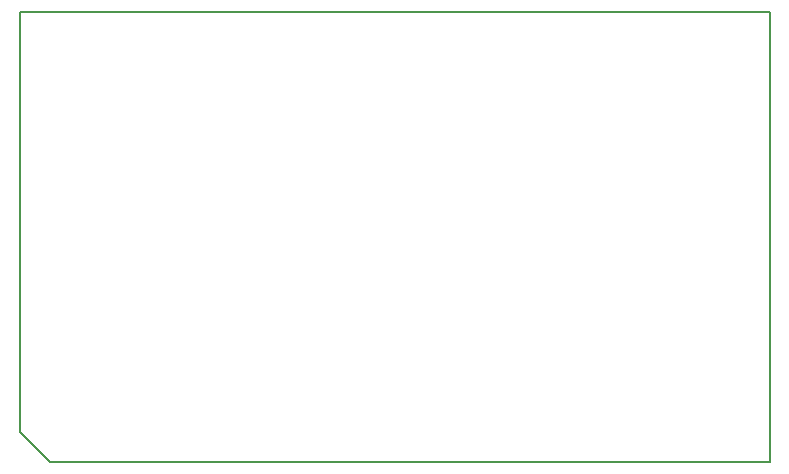
<source format=gbr>
G04 #@! TF.GenerationSoftware,KiCad,Pcbnew,5.1.5+dfsg1-2build2*
G04 #@! TF.CreationDate,2020-12-30T20:24:06+01:00*
G04 #@! TF.ProjectId,stm32f0can,73746d33-3266-4306-9361-6e2e6b696361,rev?*
G04 #@! TF.SameCoordinates,Original*
G04 #@! TF.FileFunction,Profile,NP*
%FSLAX46Y46*%
G04 Gerber Fmt 4.6, Leading zero omitted, Abs format (unit mm)*
G04 Created by KiCad (PCBNEW 5.1.5+dfsg1-2build2) date 2020-12-30 20:24:06*
%MOMM*%
%LPD*%
G04 APERTURE LIST*
%ADD10C,0.150000*%
G04 APERTURE END LIST*
D10*
X162560000Y-96520000D02*
X99060000Y-96520000D01*
X162560000Y-134620000D02*
X162560000Y-96520000D01*
X101600000Y-134620000D02*
X162560000Y-134620000D01*
X99060000Y-132080000D02*
X101600000Y-134620000D01*
X99060000Y-96520000D02*
X99060000Y-132080000D01*
M02*

</source>
